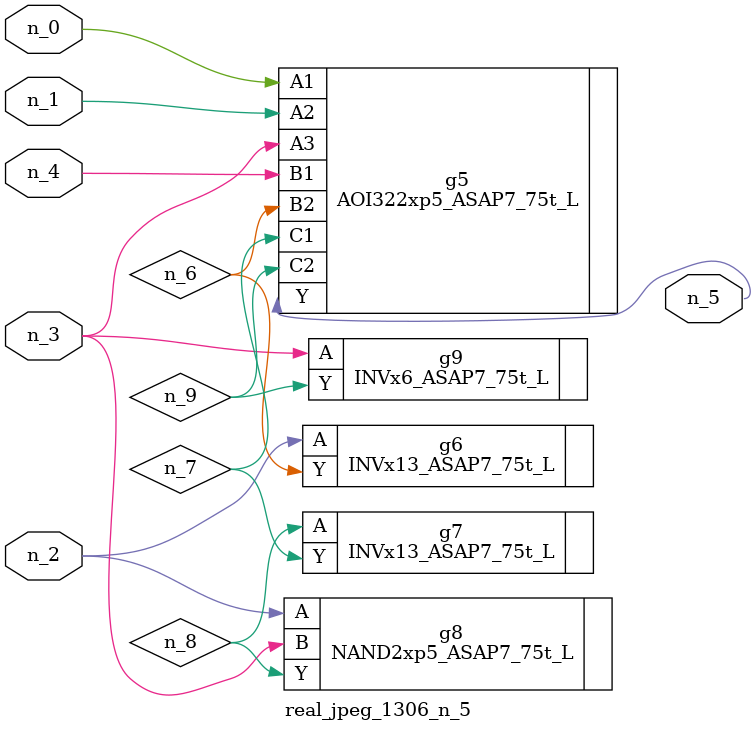
<source format=v>
module real_jpeg_1306_n_5 (n_4, n_0, n_1, n_2, n_3, n_5);

input n_4;
input n_0;
input n_1;
input n_2;
input n_3;

output n_5;

wire n_8;
wire n_6;
wire n_7;
wire n_9;

AOI322xp5_ASAP7_75t_L g5 ( 
.A1(n_0),
.A2(n_1),
.A3(n_3),
.B1(n_4),
.B2(n_6),
.C1(n_7),
.C2(n_9),
.Y(n_5)
);

INVx13_ASAP7_75t_L g6 ( 
.A(n_2),
.Y(n_6)
);

NAND2xp5_ASAP7_75t_L g8 ( 
.A(n_2),
.B(n_3),
.Y(n_8)
);

INVx6_ASAP7_75t_L g9 ( 
.A(n_3),
.Y(n_9)
);

INVx13_ASAP7_75t_L g7 ( 
.A(n_8),
.Y(n_7)
);


endmodule
</source>
